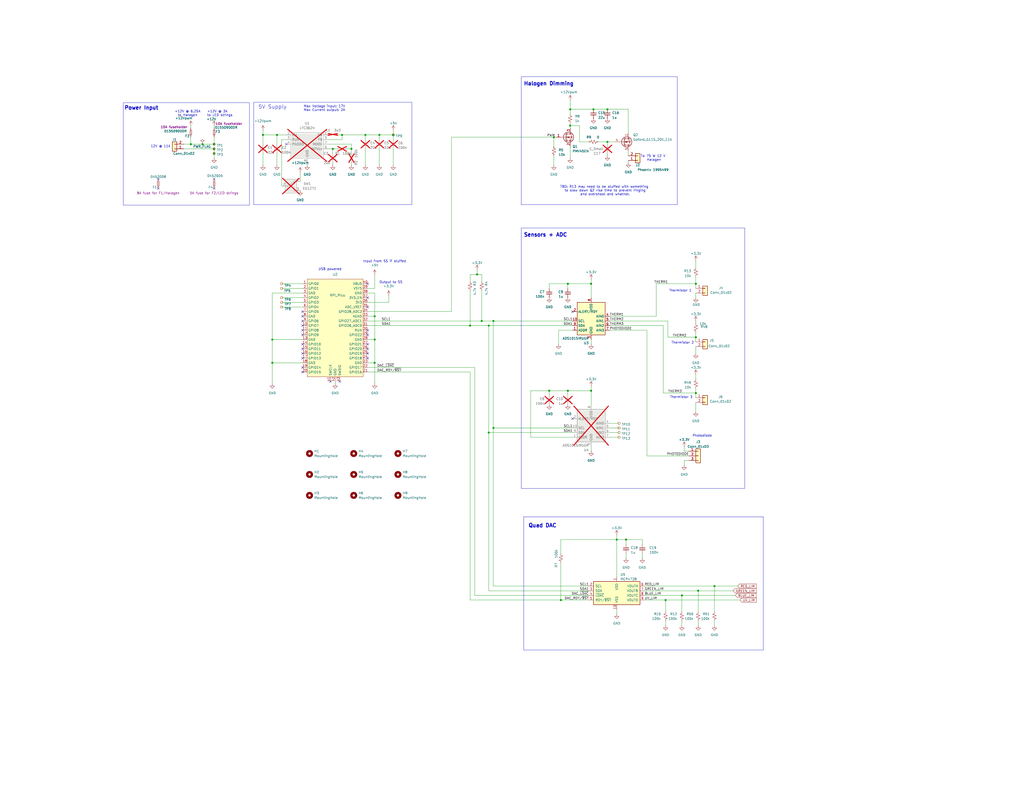
<source format=kicad_sch>
(kicad_sch (version 20231120) (generator "eeschema") (generator_version "8.0")
  (paper "C")
  (title_block (title "OreSat Solar Simulator") (date "2024-08-19") (rev "1.2"))
  (junction (at 302.26 74.93))
  (junction (at 299.72 213.36))
  (junction (at 331.47 59.69))
  (junction (at 262.89 175.26))
  (junction (at 266.7 177.8))
  (junction (at 379.73 184.15))
  (junction (at 148.59 198.12))
  (junction (at 309.88 213.36))
  (junction (at 331.47 77.47))
  (junction (at 322.58 213.36))
  (junction (at 322.58 154.94))
  (junction (at 110.49 78.74))
  (junction (at 306.07 327.66))
  (junction (at 269.24 233.68))
  (junction (at 143.51 73.66))
  (junction (at 381 322.58))
  (junction (at 379.73 154.94))
  (junction (at 191.77 81.28))
  (junction (at 311.15 59.69))
  (junction (at 372.11 325.12))
  (junction (at 256.54 177.8))
  (junction (at 104.14 78.74))
  (junction (at 363.22 327.66))
  (junction (at 148.59 185.42))
  (junction (at 311.15 68.58))
  (junction (at 323.85 59.69))
  (junction (at 204.47 172.72))
  (junction (at 389.89 320.04))
  (junction (at 116.84 83.82))
  (junction (at 379.73 214.63))
  (junction (at 266.7 236.22))
  (junction (at 260.35 149.86))
  (junction (at 199.39 73.66))
  (junction (at 116.84 81.28))
  (junction (at 151.13 73.66))
  (junction (at 214.63 73.66))
  (junction (at 269.24 175.26))
  (junction (at 204.47 185.42))
  (junction (at 336.55 294.64))
  (junction (at 204.47 198.12))
  (junction (at 309.88 154.94))
  (junction (at 207.01 73.66))
  (junction (at 181.61 81.28))
  (junction (at 186.69 73.66))
  (junction (at 116.84 78.74))
  (junction (at 341.63 294.64))
  (no_connect (at 165.1 190.5))
  (no_connect (at 165.1 193.04))
  (no_connect (at 86.36 97.79))
  (no_connect (at 156.21 78.74))
  (no_connect (at 200.66 154.94))
  (no_connect (at 312.42 170.18))
  (no_connect (at 165.1 182.88))
  (no_connect (at 165.1 180.34))
  (no_connect (at 200.66 182.88))
  (no_connect (at 165.1 195.58))
  (no_connect (at 200.66 167.64))
  (no_connect (at 200.66 162.56))
  (no_connect (at 86.36 102.87))
  (no_connect (at 165.1 172.72))
  (no_connect (at 200.66 195.58))
  (no_connect (at 200.66 193.04))
  (no_connect (at 165.1 170.18))
  (no_connect (at 165.1 200.66))
  (no_connect (at 200.66 190.5))
  (no_connect (at 200.66 180.34))
  (no_connect (at 180.34 208.28))
  (no_connect (at 165.1 187.96))
  (no_connect (at 200.66 187.96))
  (no_connect (at 185.42 208.28))
  (no_connect (at 165.1 175.26))
  (no_connect (at 312.42 228.6))
  (no_connect (at 165.1 177.8))
  (no_connect (at 116.84 97.79))
  (no_connect (at 165.1 203.2))
  (no_connect (at 116.84 102.87))
  (wire (pts (xy 116.84 78.74) (xy 116.84 74.93)))
  (wire (pts (xy 381 322.58) (xy 400.05 322.58)))
  (wire (pts (xy 104.14 74.93) (xy 104.14 78.74)))
  (wire (pts (xy 311.15 67.31) (xy 311.15 68.58)))
  (wire (pts (xy 304.8 180.34) (xy 312.42 180.34)))
  (wire (pts (xy 316.23 77.47) (xy 316.23 68.58)))
  (wire (pts (xy 379.73 184.15) (xy 364.49 184.15)))
  (wire (pts (xy 322.58 154.94) (xy 309.88 154.94)))
  (wire (pts (xy 336.55 294.64) (xy 336.55 314.96)))
  (wire (pts (xy 379.73 184.15) (xy 379.73 186.69)))
  (wire (pts (xy 337.82 233.68) (xy 332.74 233.68)))
  (wire (pts (xy 191.77 88.9) (xy 191.77 90.17)))
  (wire (pts (xy 375.92 246.38) (xy 373.38 246.38)))
  (wire (pts (xy 191.77 78.74) (xy 191.77 81.28)))
  (wire (pts (xy 200.66 185.42) (xy 204.47 185.42)))
  (wire (pts (xy 200.66 203.2) (xy 256.54 203.2)))
  (wire (pts (xy 148.59 185.42) (xy 148.59 198.12)))
  (wire (pts (xy 361.95 214.63) (xy 379.73 214.63)))
  (wire (pts (xy 381 322.58) (xy 381 334.01)))
  (wire (pts (xy 256.54 158.75) (xy 256.54 177.8)))
  (wire (pts (xy 207.01 81.28) (xy 207.01 90.17)))
  (wire (pts (xy 361.95 177.8) (xy 332.74 177.8)))
  (wire (pts (xy 373.38 251.46) (xy 375.92 251.46)))
  (wire (pts (xy 375.92 248.92) (xy 353.06 248.92)))
  (wire (pts (xy 116.84 83.82) (xy 116.84 86.36)))
  (wire (pts (xy 331.47 83.82) (xy 331.47 85.09)))
  (wire (pts (xy 363.22 341.63) (xy 363.22 339.09)))
  (wire (pts (xy 256.54 177.8) (xy 266.7 177.8)))
  (wire (pts (xy 204.47 172.72) (xy 204.47 160.02)))
  (wire (pts (xy 322.58 220.98) (xy 322.58 213.36)))
  (wire (pts (xy 182.88 208.28) (xy 182.88 209.55)))
  (wire (pts (xy 379.73 175.26) (xy 379.73 176.53)))
  (wire (pts (xy 311.15 59.69) (xy 311.15 62.23)))
  (wire (pts (xy 200.66 157.48) (xy 204.47 157.48)))
  (wire (pts (xy 309.88 154.94) (xy 299.72 154.94)))
  (wire (pts (xy 143.51 71.12) (xy 143.51 73.66)))
  (wire (pts (xy 153.67 167.64) (xy 165.1 167.64)))
  (wire (pts (xy 302.26 85.09) (xy 302.26 90.17)))
  (wire (pts (xy 322.58 210.82) (xy 322.58 213.36)))
  (wire (pts (xy 311.15 80.01) (xy 311.15 86.36)))
  (wire (pts (xy 379.73 189.23) (xy 379.73 193.04)))
  (wire (pts (xy 303.53 74.93) (xy 302.26 74.93)))
  (wire (pts (xy 186.69 73.66) (xy 199.39 73.66)))
  (wire (pts (xy 312.42 238.76) (xy 289.56 238.76)))
  (wire (pts (xy 100.33 78.74) (xy 104.14 78.74)))
  (wire (pts (xy 204.47 160.02) (xy 200.66 160.02)))
  (wire (pts (xy 246.38 74.93) (xy 302.26 74.93)))
  (wire (pts (xy 207.01 76.2) (xy 207.01 73.66)))
  (wire (pts (xy 153.67 76.2) (xy 153.67 101.6)))
  (wire (pts (xy 200.66 198.12) (xy 204.47 198.12)))
  (wire (pts (xy 302.26 74.93) (xy 302.26 80.01)))
  (wire (pts (xy 381 341.63) (xy 381 339.09)))
  (wire (pts (xy 262.89 153.67) (xy 262.89 149.86)))
  (wire (pts (xy 151.13 73.66) (xy 156.21 73.66)))
  (wire (pts (xy 148.59 198.12) (xy 148.59 209.55)))
  (wire (pts (xy 181.61 83.82) (xy 181.61 81.28)))
  (wire (pts (xy 214.63 71.12) (xy 214.63 73.66)))
  (wire (pts (xy 259.08 325.12) (xy 321.31 325.12)))
  (wire (pts (xy 214.63 76.2) (xy 214.63 73.66)))
  (wire (pts (xy 256.54 327.66) (xy 306.07 327.66)))
  (wire (pts (xy 256.54 149.86) (xy 256.54 153.67)))
  (wire (pts (xy 351.79 320.04) (xy 389.89 320.04)))
  (wire (pts (xy 214.63 73.66) (xy 207.01 73.66)))
  (wire (pts (xy 214.63 81.28) (xy 214.63 90.17)))
  (wire (pts (xy 322.58 213.36) (xy 309.88 213.36)))
  (wire (pts (xy 269.24 233.68) (xy 312.42 233.68)))
  (wire (pts (xy 351.79 327.66) (xy 363.22 327.66)))
  (wire (pts (xy 351.79 325.12) (xy 372.11 325.12)))
  (wire (pts (xy 200.66 170.18) (xy 246.38 170.18)))
  (wire (pts (xy 379.73 142.24) (xy 379.73 146.05)))
  (wire (pts (xy 304.8 180.34) (xy 304.8 187.96)))
  (wire (pts (xy 309.88 157.48) (xy 309.88 154.94)))
  (wire (pts (xy 306.07 307.34) (xy 306.07 327.66)))
  (wire (pts (xy 212.09 165.1) (xy 212.09 161.29)))
  (wire (pts (xy 372.11 325.12) (xy 401.32 325.12)))
  (wire (pts (xy 389.89 341.63) (xy 389.89 339.09)))
  (wire (pts (xy 156.21 76.2) (xy 153.67 76.2)))
  (wire (pts (xy 353.06 248.92) (xy 353.06 180.34)))
  (wire (pts (xy 337.82 236.22) (xy 332.74 236.22)))
  (wire (pts (xy 309.88 213.36) (xy 299.72 213.36)))
  (wire (pts (xy 379.73 204.47) (xy 379.73 207.01)))
  (wire (pts (xy 322.58 152.4) (xy 322.58 154.94)))
  (wire (pts (xy 358.14 172.72) (xy 332.74 172.72)))
  (wire (pts (xy 204.47 185.42) (xy 204.47 172.72)))
  (wire (pts (xy 200.66 177.8) (xy 256.54 177.8)))
  (wire (pts (xy 364.49 184.15) (xy 364.49 175.26)))
  (wire (pts (xy 200.66 172.72) (xy 204.47 172.72)))
  (wire (pts (xy 379.73 212.09) (xy 379.73 214.63)))
  (wire (pts (xy 179.07 78.74) (xy 191.77 78.74)))
  (wire (pts (xy 341.63 297.18) (xy 341.63 294.64)))
  (wire (pts (xy 316.23 77.47) (xy 321.31 77.47)))
  (wire (pts (xy 353.06 180.34) (xy 332.74 180.34)))
  (wire (pts (xy 262.89 158.75) (xy 262.89 175.26)))
  (wire (pts (xy 204.47 198.12) (xy 204.47 185.42)))
  (wire (pts (xy 336.55 294.64) (xy 341.63 294.64)))
  (wire (pts (xy 199.39 73.66) (xy 199.39 76.2)))
  (wire (pts (xy 200.66 175.26) (xy 262.89 175.26)))
  (wire (pts (xy 331.47 77.47) (xy 326.39 77.47)))
  (wire (pts (xy 372.11 325.12) (xy 372.11 334.01)))
  (wire (pts (xy 364.49 175.26) (xy 332.74 175.26)))
  (wire (pts (xy 153.67 154.94) (xy 165.1 154.94)))
  (wire (pts (xy 379.73 217.17) (xy 379.73 214.63)))
  (wire (pts (xy 389.89 320.04) (xy 402.59 320.04)))
  (wire (pts (xy 351.79 322.58) (xy 381 322.58)))
  (wire (pts (xy 269.24 233.68) (xy 269.24 320.04)))
  (wire (pts (xy 269.24 175.26) (xy 312.42 175.26)))
  (wire (pts (xy 186.69 76.2) (xy 186.69 73.66)))
  (wire (pts (xy 322.58 154.94) (xy 322.58 162.56)))
  (wire (pts (xy 311.15 59.69) (xy 323.85 59.69)))
  (wire (pts (xy 306.07 294.64) (xy 336.55 294.64)))
  (wire (pts (xy 337.82 238.76) (xy 332.74 238.76)))
  (wire (pts (xy 151.13 73.66) (xy 151.13 78.74)))
  (wire (pts (xy 373.38 254) (xy 373.38 251.46)))
  (wire (pts (xy 165.1 160.02) (xy 148.59 160.02)))
  (wire (pts (xy 153.67 157.48) (xy 165.1 157.48)))
  (wire (pts (xy 260.35 147.32) (xy 260.35 149.86)))
  (wire (pts (xy 336.55 332.74) (xy 336.55 335.28)))
  (wire (pts (xy 299.72 157.48) (xy 299.72 154.94)))
  (wire (pts (xy 361.95 177.8) (xy 361.95 214.63)))
  (wire (pts (xy 311.15 68.58) (xy 311.15 69.85)))
  (wire (pts (xy 379.73 160.02) (xy 379.73 162.56)))
  (wire (pts (xy 266.7 177.8) (xy 312.42 177.8)))
  (wire (pts (xy 116.84 81.28) (xy 116.84 83.82)))
  (wire (pts (xy 342.9 87.63) (xy 342.9 88.9)))
  (wire (pts (xy 331.47 59.69) (xy 342.9 59.69)))
  (wire (pts (xy 259.08 200.66) (xy 200.66 200.66)))
  (wire (pts (xy 331.47 77.47) (xy 331.47 78.74)))
  (wire (pts (xy 191.77 81.28) (xy 191.77 83.82)))
  (wire (pts (xy 259.08 325.12) (xy 259.08 200.66)))
  (wire (pts (xy 309.88 215.9) (xy 309.88 213.36)))
  (wire (pts (xy 104.14 68.58) (xy 104.14 69.85)))
  (wire (pts (xy 311.15 54.61) (xy 311.15 59.69)))
  (wire (pts (xy 153.67 165.1) (xy 165.1 165.1)))
  (wire (pts (xy 256.54 149.86) (xy 260.35 149.86)))
  (wire (pts (xy 148.59 185.42) (xy 165.1 185.42)))
  (wire (pts (xy 322.58 243.84) (xy 322.58 246.38)))
  (wire (pts (xy 358.14 154.94) (xy 358.14 172.72)))
  (wire (pts (xy 372.11 341.63) (xy 372.11 339.09)))
  (wire (pts (xy 100.33 81.28) (xy 116.84 81.28)))
  (wire (pts (xy 363.22 327.66) (xy 363.22 334.01)))
  (wire (pts (xy 262.89 175.26) (xy 269.24 175.26)))
  (wire (pts (xy 153.67 162.56) (xy 165.1 162.56)))
  (wire (pts (xy 179.07 76.2) (xy 186.69 76.2)))
  (wire (pts (xy 379.73 154.94) (xy 358.14 154.94)))
  (wire (pts (xy 335.28 77.47) (xy 331.47 77.47)))
  (wire (pts (xy 199.39 81.28) (xy 199.39 90.17)))
  (wire (pts (xy 266.7 322.58) (xy 321.31 322.58)))
  (wire (pts (xy 342.9 59.69) (xy 342.9 72.39)))
  (wire (pts (xy 311.15 68.58) (xy 316.23 68.58)))
  (wire (pts (xy 167.64 88.9) (xy 167.64 90.17)))
  (wire (pts (xy 269.24 175.26) (xy 269.24 233.68)))
  (wire (pts (xy 350.52 294.64) (xy 341.63 294.64)))
  (wire (pts (xy 373.38 246.38) (xy 373.38 243.84)))
  (wire (pts (xy 181.61 81.28) (xy 184.15 81.28)))
  (wire (pts (xy 200.66 165.1) (xy 212.09 165.1)))
  (wire (pts (xy 256.54 327.66) (xy 256.54 203.2)))
  (wire (pts (xy 289.56 213.36) (xy 299.72 213.36)))
  (wire (pts (xy 299.72 215.9) (xy 299.72 213.36)))
  (wire (pts (xy 110.49 78.74) (xy 116.84 78.74)))
  (wire (pts (xy 163.83 93.98) (xy 163.83 99.06)))
  (wire (pts (xy 148.59 198.12) (xy 165.1 198.12)))
  (wire (pts (xy 189.23 81.28) (xy 191.77 81.28)))
  (wire (pts (xy 104.14 78.74) (xy 110.49 78.74)))
  (wire (pts (xy 143.51 73.66) (xy 151.13 73.66)))
  (wire (pts (xy 246.38 170.18) (xy 246.38 74.93)))
  (wire (pts (xy 389.89 320.04) (xy 389.89 334.01)))
  (wire (pts (xy 337.82 231.14) (xy 332.74 231.14)))
  (wire (pts (xy 379.73 154.94) (xy 379.73 157.48)))
  (wire (pts (xy 379.73 219.71) (xy 379.73 224.79)))
  (wire (pts (xy 260.35 149.86) (xy 262.89 149.86)))
  (wire (pts (xy 148.59 160.02) (xy 148.59 185.42)))
  (wire (pts (xy 143.51 83.82) (xy 143.51 90.17)))
  (wire (pts (xy 379.73 184.15) (xy 379.73 181.61)))
  (wire (pts (xy 289.56 238.76) (xy 289.56 213.36)))
  (wire (pts (xy 181.61 81.28) (xy 179.07 81.28)))
  (wire (pts (xy 204.47 157.48) (xy 204.47 149.86)))
  (wire (pts (xy 306.07 327.66) (xy 321.31 327.66)))
  (wire (pts (xy 350.52 302.26) (xy 350.52 304.8)))
  (wire (pts (xy 266.7 177.8) (xy 266.7 236.22)))
  (wire (pts (xy 151.13 83.82) (xy 151.13 90.17)))
  (wire (pts (xy 363.22 327.66) (xy 403.86 327.66)))
  (wire (pts (xy 181.61 88.9) (xy 181.61 90.17)))
  (wire (pts (xy 379.73 151.13) (xy 379.73 154.94)))
  (wire (pts (xy 207.01 73.66) (xy 199.39 73.66)))
  (wire (pts (xy 341.63 302.26) (xy 341.63 304.8)))
  (wire (pts (xy 323.85 59.69) (xy 331.47 59.69)))
  (wire (pts (xy 184.15 73.66) (xy 186.69 73.66)))
  (wire (pts (xy 266.7 236.22) (xy 312.42 236.22)))
  (wire (pts (xy 266.7 236.22) (xy 266.7 322.58)))
  (wire (pts (xy 269.24 320.04) (xy 321.31 320.04)))
  (wire (pts (xy 336.55 292.1) (xy 336.55 294.64)))
  (wire (pts (xy 116.84 69.85) (xy 116.84 68.58)))
  (wire (pts (xy 306.07 294.64) (xy 306.07 302.26)))
  (wire (pts (xy 204.47 209.55) (xy 204.47 198.12)))
  (wire (pts (xy 143.51 73.66) (xy 143.51 78.74)))
  (wire (pts (xy 322.58 185.42) (xy 322.58 187.96)))
  (wire (pts (xy 342.9 82.55) (xy 342.9 85.09)))
  (wire (pts (xy 350.52 297.18) (xy 350.52 294.64)))
  (rectangle (start 285.75 282.194) (end 416.56 354.965))
  (rectangle (start 284.48 41.91) (end 369.57 111.76))
  (rectangle (start 138.43 55.88) (end 224.79 111.76))
  (rectangle (start 67.31 56.134) (end 136.144 112.014))
  (rectangle (start 284.48 124.46) (end 406.4 266.7))
  (text "Sensors + ADC" (at 285.75 129.54 0) (effects (font (size 2.032 2.032) (thickness 0.4064) (bold yes)) (justify left bottom)))
  (text "TBD: R13 may need to be stuffed with something \nto slow down Q2 rise time to prevent ringing\nand overshoot and whatnot." (at 330.2 104.14 0) (effects (font (size 1.27 1.27))))
  (text "Power Input" (at 67.818 60.198 0) (effects (font (size 2.032 2.032) (thickness 0.4064) (bold yes)) (justify left bottom)))
  (text "Input from SS if stuffed" (at 198.12 143.51 0) (effects (font (size 1.27 1.27)) (justify left bottom)))
  (text "Thermistor 2" (at 378.714 187.96 0) (effects (font (size 1.27 1.27)) (justify right bottom)))
  (text "+12V @ 6.25A\nto Halogen" (at 102.362 61.976 0) (effects (font (size 1.27 1.27))))
  (text "To 75 W 12 V \nHalogen" (at 356.87 86.36 0) (effects (font (size 1.27 1.27))))
  (text "USB powered" (at 180.086 147.066 0) (effects (font (size 1.27 1.27))))
  (text "Quad DAC" (at 288.29 288.29 0) (effects (font (size 2.032 2.032) (thickness 0.4064) (bold yes)) (justify left bottom)))
  (text "Halogen Dimming" (at 285.75 46.99 0) (effects (font (size 2.032 2.032) (thickness 0.4064) (bold yes)) (justify left bottom)))
  (text "+12V @ 3A\nto LED strings" (at 113.03 63.754 0) (effects (font (size 1.27 1.27)) (justify left bottom)))
  (text "Thermistor 1" (at 377.444 159.512 0) (effects (font (size 1.27 1.27)) (justify right bottom)))
  (text "12V @ 11A" (at 87.63 80.01 0) (effects (font (size 1.27 1.27))))
  (text "Max Voltage input: 17V\nMax Current output: 2A" (at 177.038 59.182 0) (effects (font (size 1.27 1.27))))
  (text "5V Supply" (at 140.97 59.69 0) (effects (font (size 2.032 2.032)) (justify left bottom)))
  (text "Thermistor 3" (at 377.952 217.678 0) (effects (font (size 1.27 1.27)) (justify right bottom)))
  (text "Photodiode" (at 388.62 238.76 0) (effects (font (size 1.27 1.27)) (justify right bottom)))
  (text "Output to SS" (at 207.01 154.94 0) (effects (font (size 1.27 1.27)) (justify left bottom)))
  (label "SCL1" (at 321.31 320.04 180))
  (label "RED_LIM" (at 351.79 320.04 0))
  (label "BLUE_LIM" (at 351.79 325.12 0))
  (label "SDA1" (at 208.28 177.8 0))
  (label "DAC_~{LDAC}" (at 205.74 200.66 0))
  (label "THERM2" (at 332.74 175.26 0))
  (label "THERM1" (at 332.74 172.72 0))
  (label "PWM" (at 298.45 74.93 0))
  (label "PHOTODIODE" (at 375.92 248.92 180))
  (label "DAC_~{LDAC}" (at 321.31 325.12 180))
  (label "THERM2" (at 374.65 184.15 180))
  (label "DAC_RDY{slash}~{BSY}" (at 321.31 327.66 180))
  (label "THERM3" (at 372.11 214.63 180))
  (label "GREEN_LIM" (at 351.79 322.58 0))
  (label "SCL1" (at 208.28 175.26 0))
  (label "SDA1" (at 312.42 177.8 180))
  (label "THERM1" (at 364.49 154.94 180))
  (label "SCL1" (at 312.42 233.68 180))
  (label "SDA1" (at 321.31 322.58 180))
  (label "THERM3" (at 332.74 177.8 0))
  (label "DAC_RDY{slash}~{BSY}" (at 205.74 203.2 0))
  (label "SCL1" (at 312.42 175.26 180))
  (label "SDA1" (at 312.42 236.22 180))
  (label "UV_LIM" (at 351.79 327.66 0))
  (label "PHOTODIODE" (at 332.74 180.34 0))
  (global_label "BLUE_LIM" (shape input) (at 401.32 325.12 0) (property "Intersheetrefs" "${INTERSHEET_REFS}" (effects (hide yes))))
  (global_label "UV_LIM" (shape input) (at 403.86 327.66 0) (property "Intersheetrefs" "${INTERSHEET_REFS}" (effects (hide yes))))
  (global_label "RED_LIM" (shape input) (at 402.59 320.04 0) (property "Intersheetrefs" "${INTERSHEET_REFS}" (effects (hide yes))))
  (global_label "GREEN_LIM" (shape input) (at 400.05 322.58 0) (property "Intersheetrefs" "${INTERSHEET_REFS}" (effects (hide yes))))
  (symbol (lib_id "Connector_Generic:Conn_01x02") (at 384.81 217.17 0) (unit 1)
    (property "Reference" "J6" (at 393.192 216.662 0))
    (property "Value" "Conn_01x02" (at 393.192 219.202 0))
    (property "Footprint" "Connector_PinHeader_2.54mm:PinHeader_1x02_P2.54mm_Vertical" (effects (hide yes)))
    (property "Distributor" "DigiKey" (effects (hide yes)))
  )
  (symbol (lib_id "power:+12V") (at 163.83 93.98 0) (unit 1)
    (property "Reference" "#PWR08" (effects (hide yes)))
    (property "Value" "+12Vpwm" (at 163.83 88.9 0))
    (property "Description" "Power symbol creates a global label with name \"+12V\"" (effects (hide yes)))
  )
  (symbol (lib_id "Mechanical:MountingHole") (at 193.04 259.08 0) (unit 1) (exclude_from_sim yes) (in_bom no)
    (property "Reference" "H5" (at 195.58 257.8099 0) (effects (justify left)))
    (property "Value" "MountingHole" (at 195.58 260.3499 0) (effects (justify left)))
    (property "Footprint" "oresat-misc:MountingHole_3.2mm_M3" (effects (hide yes)))
    (property "Description" "Mounting Hole without connection" (effects (hide yes)))
    (property "Distributor" "DigiKey" (effects (hide yes)))
  )
  (symbol (lib_id "Device:R_Small_US") (at 311.15 64.77 0) (unit 1)
    (property "Reference" "R8" (at 313.69 63.4999 0) (effects (justify left)))
    (property "Value" "1k" (at 313.69 66.0399 0) (effects (justify left)))
    (property "Footprint" "Resistor_SMD:R_0603_1608Metric" (effects (hide yes)))
    (property "Description" "Resistor, small US symbol" (effects (hide yes)))
    (property "DPN" "311-1.00KHRCT-ND" (effects (hide yes)))
    (property "Distributor" "DigiKey" (effects (hide yes)))
    (property "MFR" "Yageo" (effects (hide yes)))
    (property "MPN" "RC0603FR-071KL" (effects (hide yes)))
  )
  (symbol (lib_id "power:+3.3V") (at 322.58 152.4 0) (mirror y) (unit 1)
    (property "Reference" "#PWR030" (effects (hide yes)))
    (property "Value" "+3.3V" (at 322.58 148.59 0))
    (property "Description" "Power symbol creates a global label with name \"+3.3V\"" (effects (hide yes)))
  )
  (symbol (lib_id "power:+3.3V") (at 373.38 243.84 0) (mirror y) (unit 1)
    (property "Reference" "#PWR054" (effects (hide yes)))
    (property "Value" "+3.3V" (at 373.38 240.03 0))
    (property "Description" "Power symbol creates a global label with name \"+3.3V\"" (effects (hide yes)))
  )
  (symbol (lib_id "Device:R_Small_US") (at 379.73 179.07 0) (unit 1)
    (property "Reference" "R48" (at 382.27 178.435 0) (effects (justify left)))
    (property "Value" "10k" (at 381.762 176.784 0) (effects (justify left)))
    (property "Footprint" "Resistor_SMD:R_0603_1608Metric" (effects (hide yes)))
    (property "DPN" "311-10.0KHRCT-ND" (effects (hide yes)))
    (property "Distributor" "DigiKey" (effects (hide yes)))
    (property "MFR" "Yageo" (effects (hide yes)))
    (property "MPN" "RC0603FR-0710KL" (effects (hide yes)))
  )
  (symbol (lib_id "power:GND") (at 299.72 220.98 0) (mirror y) (unit 1)
    (property "Reference" "#PWR023" (effects (hide yes)))
    (property "Value" "GND" (at 299.72 226.06 0))
    (property "Description" "Power symbol creates a global label with name \"GND\" , ground" (effects (hide yes)))
  )
  (symbol (lib_id "Device:C_Small") (at 309.88 160.02 0) (mirror y) (unit 1)
    (property "Reference" "C9" (at 307.34 159.3913 0) (effects (justify left)))
    (property "Value" "1u" (at 307.34 161.9313 0) (effects (justify left)))
    (property "Footprint" "Capacitor_SMD:C_0603_1608Metric" (effects (hide yes)))
    (property "DPN" "311-1446-1-ND" (effects (hide yes)))
    (property "Distributor" "DigiKey" (effects (hide yes)))
    (property "MFR" "Yageo" (effects (hide yes)))
    (property "MPN" "CC0603KRX7R7BB105 " (effects (hide yes)))
  )
  (symbol (lib_id "Device:C_Small") (at 341.63 299.72 0) (unit 1)
    (property "Reference" "C18" (at 344.17 299.0913 0) (effects (justify left)))
    (property "Value" "1u" (at 344.17 301.6313 0) (effects (justify left)))
    (property "Footprint" "Capacitor_SMD:C_0603_1608Metric" (effects (hide yes)))
    (property "DPN" "311-1446-1-ND" (effects (hide yes)))
    (property "Distributor" "DigiKey" (effects (hide yes)))
    (property "MFR" "Yageo" (effects (hide yes)))
    (property "MPN" "CC0603KRX7R7BB105 " (effects (hide yes)))
  )
  (symbol (lib_id "Device:C_Small") (at 323.85 62.23 0) (unit 1)
    (property "Reference" "C15" (at 326.39 61.6013 0) (effects (justify left)))
    (property "Value" "22u" (at 326.39 64.1413 0) (effects (justify left)))
    (property "Footprint" "Capacitor_SMD:C_1210_3225Metric" (effects (hide yes)))
    (property "DPN" "1276-3392-1-ND" (effects (hide yes)))
    (property "Distributor" "DigiKey" (effects (hide yes)))
    (property "MFR" "Samsung Electro-Mechanics" (effects (hide yes)))
    (property "MPN" "CL32B226KAJNNNE" (effects (hide yes)))
  )
  (symbol (lib_id "power:GND") (at 299.72 162.56 0) (mirror y) (unit 1)
    (property "Reference" "#PWR022" (effects (hide yes)))
    (property "Value" "GND" (at 299.72 167.64 0))
    (property "Description" "Power symbol creates a global label with name \"GND\" , ground" (effects (hide yes)))
  )
  (symbol (lib_id "Device:R_Small_US") (at 363.22 336.55 0) (mirror y) (unit 1)
    (property "Reference" "R10" (at 360.68 335.2799 0) (effects (justify left)))
    (property "Value" "100k" (at 360.68 337.8199 0) (effects (justify left)))
    (property "Footprint" "oresat-passives:0603-C" (effects (hide yes)))
    (property "Description" "Resistor, small US symbol" (effects (hide yes)))
    (property "DPN" "311-100KHRCT-ND" (effects (hide yes)))
    (property "Distributor" "DigiKey" (effects (hide yes)))
    (property "MFR" "Yageo" (effects (hide yes)))
    (property "MPN" "RC0603FR-07100KL" (effects (hide yes)))
  )
  (symbol (lib_id "power:GND") (at 302.26 90.17 0) (unit 1)
    (property "Reference" "#PWR024" (effects (hide yes)))
    (property "Value" "GND" (at 302.26 95.25 0))
    (property "Description" "Power symbol creates a global label with name \"GND\" , ground" (effects (hide yes)))
  )
  (symbol (lib_id "Device:C_Small") (at 181.61 86.36 0) (unit 1) (in_bom no) (dnp yes)
    (property "Reference" "C3" (at 176.53 83.82 0) (effects (justify left)))
    (property "Value" "2u2" (at 176.53 88.9 0) (effects (justify left)))
    (property "Footprint" "Capacitor_SMD:C_0603_1608Metric" (effects (hide yes)))
    (property "DPN" "445-6932-1-ND" (effects (hide yes)))
    (property "Distributor" "DigiKey" (effects (hide yes)))
    (property "MFR" "TDK Corporation" (effects (hide yes)))
    (property "MPN" "CGA3E1X5R1C225K080AC" (effects (hide yes)))
  )
  (symbol (lib_id "Mechanical:MountingHole") (at 168.91 270.51 0) (unit 1) (exclude_from_sim yes) (in_bom no)
    (property "Reference" "H3" (at 171.45 269.2399 0) (effects (justify left)))
    (property "Value" "MountingHole" (at 171.45 271.7799 0) (effects (justify left)))
    (property "Footprint" "oresat-misc:MountingHole_3.2mm_M3" (effects (hide yes)))
    (property "Description" "Mounting Hole without connection" (effects (hide yes)))
    (property "Distributor" "DigiKey" (effects (hide yes)))
  )
  (symbol (lib_id "Connector_Generic:Conn_01x02") (at 384.81 186.69 0) (unit 1)
    (property "Reference" "J5" (at 388.366 185.928 0))
    (property "Value" "Conn_01x02" (at 392.43 188.976 0))
    (property "Footprint" "Connector_PinHeader_2.54mm:PinHeader_1x02_P2.54mm_Vertical" (effects (hide yes)))
    (property "Distributor" "DigiKey" (effects (hide yes)))
  )
  (symbol (lib_id "power:GND") (at 336.55 335.28 0) (unit 1)
    (property "Reference" "#PWR044" (effects (hide yes)))
    (property "Value" "GND" (at 336.55 340.36 0))
    (property "Description" "Power symbol creates a global label with name \"GND\" , ground" (effects (hide yes)))
  )
  (symbol (lib_id "power:+5V") (at 214.63 71.12 0) (unit 1)
    (property "Reference" "#PWR019" (effects (hide yes)))
    (property "Value" "+5V" (at 214.63 67.31 0))
    (property "Description" "Power symbol creates a global label with name \"+5V\"" (effects (hide yes)))
  )
  (symbol (lib_id "power:+3.3V") (at 336.55 292.1 0) (unit 1)
    (property "Reference" "#PWR040" (effects (hide yes)))
    (property "Value" "+3.3V" (at 336.55 288.29 0))
    (property "Description" "Power symbol creates a global label with name \"+3.3V\"" (effects (hide yes)))
  )
  (symbol (lib_id "power:GND") (at 381 341.63 0) (mirror y) (unit 1)
    (property "Reference" "#PWR066" (effects (hide yes)))
    (property "Value" "GND" (at 381 346.71 0))
    (property "Description" "Power symbol creates a global label with name \"GND\" , ground" (effects (hide yes)))
  )
  (symbol (lib_id "power:GND") (at 389.89 341.63 0) (mirror y) (unit 1)
    (property "Reference" "#PWR067" (effects (hide yes)))
    (property "Value" "GND" (at 389.89 346.71 0))
    (property "Description" "Power symbol creates a global label with name \"GND\" , ground" (effects (hide yes)))
  )
  (symbol (lib_id "Mechanical:MountingHole") (at 217.17 259.08 0) (unit 1) (exclude_from_sim yes) (in_bom no)
    (property "Reference" "H8" (at 219.71 257.8099 0) (effects (justify left)))
    (property "Value" "MountingHole" (at 219.71 260.3499 0) (effects (justify left)))
    (property "Footprint" "oresat-misc:MountingHole_3.2mm_M3" (effects (hide yes)))
    (property "Description" "Mounting Hole without connection" (effects (hide yes)))
    (property "Distributor" "DigiKey" (effects (hide yes)))
  )
  (symbol (lib_id "oresat-misc:TestPoint-MinTH") (at 116.84 78.74 0) (unit 1)
    (property "Reference" "TP1" (at 118.11 79.375 0) (effects (justify left)))
    (property "Value" "TestPoint-MinTH" (effects (hide yes)))
    (property "Footprint" "oresat-misc:TestPoint-MinTH" (effects (hide yes)))
    (property "Distributor" "DigiKey " (effects (hide yes)))
  )
  (symbol (lib_id "power:GND") (at 204.47 209.55 0) (unit 1)
    (property "Reference" "#PWR016" (effects (hide yes)))
    (property "Value" "GND" (at 204.47 214.63 0))
    (property "Description" "Power symbol creates a global label with name \"GND\" , ground" (effects (hide yes)))
  )
  (symbol (lib_id "oresat-misc:TestPoint-MinTH") (at 116.84 81.28 0) (unit 1)
    (property "Reference" "TP2" (at 118.11 81.915 0) (effects (justify left)))
    (property "Value" "TestPoint-MinTH" (effects (hide yes)))
    (property "Footprint" "oresat-misc:TestPoint-MinTH" (effects (hide yes)))
    (property "Distributor" "DigiKey " (effects (hide yes)))
  )
  (symbol (lib_id "Mechanical:MountingHole") (at 193.04 270.51 0) (unit 1) (exclude_from_sim yes) (in_bom no)
    (property "Reference" "H6" (at 195.58 269.2399 0) (effects (justify left)))
    (property "Value" "MountingHole" (at 195.58 271.7799 0) (effects (justify left)))
    (property "Footprint" "oresat-misc:MountingHole_3.2mm_M3" (effects (hide yes)))
    (property "Description" "Mounting Hole without connection" (effects (hide yes)))
    (property "Distributor" "DigiKey" (effects (hide yes)))
  )
  (symbol (lib_id "Switch:SW_SPDT") (at 158.75 101.6 0) (unit 1) (in_bom no) (dnp yes)
    (property "Reference" "SW1" (at 167.64 100.33 0))
    (property "Value" "EG1271" (at 168.91 102.87 0))
    (property "Footprint" "Button_Switch_THT:SW_E-Switch_EG1271_SPDT" (effects (hide yes)))
    (property "Description" "Switch, single pole double throw" (effects (hide yes)))
    (property "DPN" "EG1918-ND" (effects (hide yes)))
    (property "Distributor" "DigiKey" (effects (hide yes)))
    (property "MFR" "E-Switch" (effects (hide yes)))
    (property "MPN" "EG1271" (effects (hide yes)))
  )
  (symbol (lib_id "power:GND") (at 214.63 90.17 0) (unit 1)
    (property "Reference" "#PWR020" (effects (hide yes)))
    (property "Value" "GND" (at 214.63 95.25 0))
    (property "Description" "Power symbol creates a global label with name \"GND\" , ground" (effects (hide yes)))
  )
  (symbol (lib_id "power:GND") (at 143.51 90.17 0) (unit 1)
    (property "Reference" "#PWR05" (effects (hide yes)))
    (property "Value" "GND" (at 143.51 95.25 0))
    (property "Description" "Power symbol creates a global label with name \"GND\" , ground" (effects (hide yes)))
  )
  (symbol (lib_id "Mechanical:MountingHole") (at 168.91 259.08 0) (unit 1) (exclude_from_sim yes) (in_bom no)
    (property "Reference" "H2" (at 171.45 257.8099 0) (effects (justify left)))
    (property "Value" "MountingHole" (at 171.45 260.3499 0) (effects (justify left)))
    (property "Footprint" "oresat-misc:MountingHole_3.2mm_M3" (effects (hide yes)))
    (property "Description" "Mounting Hole without connection" (effects (hide yes)))
    (property "Distributor" "DigiKey" (effects (hide yes)))
  )
  (symbol (lib_id "power:GND") (at 331.47 64.77 0) (unit 1)
    (property "Reference" "#PWR038" (effects (hide yes)))
    (property "Value" "GND" (at 331.47 69.85 0))
    (property "Description" "Power symbol creates a global label with name \"GND\" , ground" (effects (hide yes)))
  )
  (symbol (lib_id "oresat-misc:TestPoint-MinTH") (at 153.67 154.94 0) (unit 1)
    (property "Reference" "TP4" (at 155.194 155.956 0) (effects (justify left)))
    (property "Value" "TestPoint-MinTH" (effects (hide yes)))
    (property "Footprint" "oresat-misc:TestPoint-MinTH" (effects (hide yes)))
    (property "Distributor" "DigiKey " (effects (hide yes)))
  )
  (symbol (lib_id "power:GND") (at 373.38 254 0) (mirror y) (unit 1)
    (property "Reference" "#PWR055" (effects (hide yes)))
    (property "Value" "GND" (at 373.38 259.08 0))
    (property "Description" "Power symbol creates a global label with name \"GND\" , ground" (effects (hide yes)))
  )
  (symbol (lib_id "oresat-ics:LTC3624") (at 167.64 78.74 0) (unit 1) (in_bom no) (dnp yes)
    (property "Reference" "U1" (at 167.64 67.31 0))
    (property "Value" "LTC3624" (at 167.64 69.85 0))
    (property "Footprint" "oresat-ics:DFN-8-1EP_3x3mm_P0.5mm_EP1.65x2.38mm_ThermalVias0.3mm" (effects (hide yes)))
    (property "Datasheet" "https://www.analog.com/media/en/technical-documentation/data-sheets/36242fd.pdf" (effects (hide yes)))
    (property "DPN" "LTC3624IDD-5#PBF-ND" (effects (hide yes)))
    (property "Distributor" "DigiKey" (effects (hide yes)))
    (property "MFR" "Analog Devices" (effects (hide yes)))
    (property "MPN" "LTC3624IDD-5#PBF " (effects (hide yes)))
  )
  (symbol (lib_id "Device:Fuse_Small") (at 86.36 100.33 90) (unit 1) (on_board no)
    (property "Reference" "F1" (at 84.455 102.235 90))
    (property "Value" "0452008" (at 86.36 96.52 90))
    (property "Datasheet" "https://www.littelfuse.com/media?resourcetype=datasheets&itemid=8c87aa93-80a7-4ea8-8749-a19ba03901c2&filename=littelfuse-fuse-452-454-datasheet" (effects (hide yes)))
    (property "Description" "8A fuse for F1/Halogen" (at 86.36 105.41 90))
    (property "DPN" "F4172CT-ND" (effects (hide yes)))
    (property "Distributor" "DigiKey" (effects (hide yes)))
    (property "MFR" "Littelfuse Inc." (effects (hide yes)))
    (property "MPN" "0452008.MRL" (effects (hide yes)))
  )
  (symbol (lib_id "power:+3.3V") (at 379.73 175.26 0) (mirror y) (unit 1)
    (property "Reference" "#PWR059" (effects (hide yes)))
    (property "Value" "+3.3V" (at 379.73 171.45 0))
    (property "Description" "Power symbol creates a global label with name \"+3.3V\"" (effects (hide yes)))
  )
  (symbol (lib_id "power:GND") (at 323.85 64.77 0) (unit 1)
    (property "Reference" "#PWR034" (effects (hide yes)))
    (property "Value" "GND" (at 323.85 69.85 0))
    (property "Description" "Power symbol creates a global label with name \"GND\" , ground" (effects (hide yes)))
  )
  (symbol (lib_id "power:GND") (at 182.88 209.55 0) (unit 1)
    (property "Reference" "#PWR012" (effects (hide yes)))
    (property "Value" "GND" (at 182.88 214.63 0))
    (property "Description" "Power symbol creates a global label with name \"GND\" , ground" (effects (hide yes)))
  )
  (symbol (lib_id "Device:R_Small_US") (at 306.07 304.8 0) (unit 1)
    (property "Reference" "R7" (at 303.53 309.88 90) (effects (justify left)))
    (property "Value" "100k" (at 303.53 304.8 90) (effects (justify left)))
    (property "Footprint" "Resistor_SMD:R_0603_1608Metric" (effects (hide yes)))
    (property "DPN" "311-100KHRCT-ND" (effects (hide yes)))
    (property "Distributor" "DigiKey" (effects (hide yes)))
    (property "MFR" "Yageo" (effects (hide yes)))
    (property "MPN" "RC0603FR-07100KL" (effects (hide yes)))
  )
  (symbol (lib_id "oresat-transistors:Goford_G11S_20V_11A") (at 340.36 77.47 0) (mirror x) (unit 1)
    (property "Reference" "Q2" (at 345.44 73.66 0) (effects (justify left)))
    (property "Value" "Goford_G11S_20V_11A" (at 345.44 76.2 0) (effects (justify left)))
    (property "Footprint" "Package_SO:SOP-8_3.9x4.9mm_P1.27mm" (effects (hide yes)))
    (property "Datasheet" "https://www.gofordsemi.com/u_file/product/497/GOFORD-G11S.pdf" (effects (hide yes)))
    (property "Description" "P-MOSFET transistor, source/gate/drain" (effects (hide yes)))
    (property "DPN" "3141-G11SCT-ND" (effects (hide yes)))
    (property "Distributor" "DigiKey" (effects (hide yes)))
    (property "MFR" "Goford Semiconductor" (effects (hide yes)))
    (property "MPN" "G11S" (effects (hide yes)))
  )
  (symbol (lib_id "power:GND") (at 304.8 187.96 0) (mirror y) (unit 1)
    (property "Reference" "#PWR025" (effects (hide yes)))
    (property "Value" "GND" (at 304.8 193.04 0))
    (property "Description" "Power symbol creates a global label with name \"GND\" , ground" (effects (hide yes)))
  )
  (symbol (lib_id "power:GND") (at 309.88 162.56 0) (mirror y) (unit 1)
    (property "Reference" "#PWR026" (effects (hide yes)))
    (property "Value" "GND" (at 309.88 167.64 0))
    (property "Description" "Power symbol creates a global label with name \"GND\" , ground" (effects (hide yes)))
  )
  (symbol (lib_id "Device:R_Small_US") (at 186.69 81.28 270) (unit 1) (in_bom no) (dnp yes)
    (property "Reference" "R1" (at 184.15 83.82 90))
    (property "Value" "100k" (at 189.23 83.82 90))
    (property "Footprint" "Resistor_SMD:R_0603_1608Metric" (effects (hide yes)))
    (property "DPN" "311-100KHRCT-ND" (effects (hide yes)))
    (property "Distributor" "DigiKey" (effects (hide yes)))
    (property "MFR" "Yageo" (effects (hide yes)))
    (property "MPN" "RC0603FR-07100KL" (effects (hide yes)))
  )
  (symbol (lib_id "Device:Fuse_Small") (at 104.14 72.39 90) (unit 1)
    (property "Reference" "F2" (at 102.235 74.295 90))
    (property "Value" "01550900DR" (at 95.758 71.628 90))
    (property "Footprint" "Fuse:Fuseholder_Littelfuse_Nano2_154x" (effects (hide yes)))
    (property "Datasheet" "https://www.littelfuse.com/media?resourcetype=datasheets&itemid=5ec5d985-39ad-44b5-9bdb-f49bf381a070&filename=littelfuse-fuse-block-1550900-datasheet" (effects (hide yes)))
    (property "Description" "10A fuseholder" (at 94.996 69.342 90))
    (property "DPN" "18-01550900DRCT-ND" (effects (hide yes)))
    (property "Distributor" "DigiKey" (effects (hide yes)))
    (property "MFR" "Littelfuse Inc." (effects (hide yes)))
    (property "MPN" "01550900DR" (effects (hide yes)))
  )
  (symbol (lib_id "Device:C_Small") (at 350.52 299.72 0) (unit 1)
    (property "Reference" "C19" (at 354.33 299.0913 0) (effects (justify left)))
    (property "Value" "100n" (at 354.33 301.6313 0) (effects (justify left)))
    (property "Footprint" "Capacitor_SMD:C_0603_1608Metric" (effects (hide yes)))
    (property "DPN" "490-6328-1-ND" (effects (hide yes)))
    (property "Distributor" "DigiKey" (effects (hide yes)))
    (property "MFR" "Murata Electronics" (effects (hide yes)))
    (property "MPN" "GRM155R71C104KA88J" (effects (hide yes)))
  )
  (symbol (lib_id "power:GND") (at 350.52 304.8 0) (unit 1)
    (property "Reference" "#PWR050" (effects (hide yes)))
    (property "Value" "GND" (at 350.52 309.88 0))
    (property "Description" "Power symbol creates a global label with name \"GND\" , ground" (effects (hide yes)))
  )
  (symbol (lib_id "Mechanical:MountingHole") (at 168.91 247.65 0) (unit 1) (exclude_from_sim yes) (in_bom no)
    (property "Reference" "H1" (at 171.45 246.3799 0) (effects (justify left)))
    (property "Value" "MountingHole" (at 171.45 248.9199 0) (effects (justify left)))
    (property "Footprint" "oresat-misc:MountingHole_3.2mm_M3" (effects (hide yes)))
    (property "Description" "Mounting Hole without connection" (effects (hide yes)))
    (property "Distributor" "DigiKey" (effects (hide yes)))
  )
  (symbol (lib_id "oresat-misc:RPi_Pico") (at 181.61 179.07 0) (unit 1)
    (property "Reference" "U2" (at 182.88 149.86 0))
    (property "Value" "RPi_Pico" (at 184.15 161.29 0))
    (property "Footprint" "oresat-misc:RPi_Pico_TH" (effects (hide yes)))
    (property "Datasheet" "https://datasheets.raspberrypi.com/pico/pico-datasheet.pdf?_gl=1*xp7iih*_ga*MTgxOTgwNDgwMi4xNzA2MDU0MzY3*_ga_22FD70LWDS*MTcwNjA1NDM2Ny4xLjEuMTcwNjA1NDYyOC4wLjAuMA.." (effects (hide yes)))
    (property "DPN" "2648-SC0917-ND" (effects (hide yes)))
    (property "Distributor" "DigiKey" (effects (hide yes)))
    (property "MFR" "Raspberry Pi" (effects (hide yes)))
    (property "MPN" "SC0917" (effects (hide yes)))
  )
  (symbol (lib_id "Device:C_Small") (at 199.39 78.74 0) (unit 1) (in_bom no) (dnp yes)
    (property "Reference" "C4" (at 201.93 78.1113 0) (effects (justify left)))
    (property "Value" "22u" (at 201.93 80.6513 0) (effects (justify left)))
    (property "Footprint" "Capacitor_SMD:C_1210_3225Metric" (effects (hide yes)))
    (property "DPN" "1276-CL32B226MOJVPNECT-ND" (effects (hide yes)))
    (property "Distributor" "DigiKey " (effects (hide yes)))
    (property "MFR" "Samsung Electro-Mechanics" (effects (hide yes)))
    (property "MPN" "CL32B226MOJVPNE" (effects (hide yes)))
  )
  (symbol (lib_id "Device:R_Small_US") (at 302.26 82.55 0) (unit 1)
    (property "Reference" "R5" (at 304.8 81.915 0) (effects (justify left)))
    (property "Value" "10k" (at 304.8 84.455 0) (effects (justify left)))
    (property "Footprint" "Resistor_SMD:R_0603_1608Metric" (effects (hide yes)))
    (property "DPN" "311-10.0KHRCT-ND" (effects (hide yes)))
    (property "Distributor" "DigiKey" (effects (hide yes)))
    (property "MFR" "Yageo" (effects (hide yes)))
    (property "MPN" "RC0603FR-0710KL" (effects (hide yes)))
  )
  (symbol (lib_id "power:GND") (at 322.58 246.38 0) (mirror y) (unit 1)
    (property "Reference" "#PWR033" (effects (hide yes)))
    (property "Value" "GND" (at 322.58 251.46 0))
    (property "Description" "Power symbol creates a global label with name \"GND\" , ground" (effects (hide yes)))
  )
  (symbol (lib_id "power:GND") (at 116.84 86.36 0) (unit 1)
    (property "Reference" "#PWR03" (effects (hide yes)))
    (property "Value" "GND" (at 116.84 91.44 0))
    (property "Description" "Power symbol creates a global label with name \"GND\" , ground" (effects (hide yes)))
  )
  (symbol (lib_id "power:+12V") (at 143.51 71.12 0) (unit 1)
    (property "Reference" "#PWR04" (effects (hide yes)))
    (property "Value" "+12Vpwm" (at 143.51 66.04 0))
    (property "Description" "Power symbol creates a global label with name \"+12V\"" (effects (hide yes)))
  )
  (symbol (lib_id "power:GND") (at 379.73 224.79 0) (mirror y) (unit 1)
    (property "Reference" "#PWR065" (effects (hide yes)))
    (property "Value" "GND" (at 379.73 229.87 0))
    (property "Description" "Power symbol creates a global label with name \"GND\" , ground" (effects (hide yes)))
  )
  (symbol (lib_id "power:GND") (at 151.13 90.17 0) (unit 1)
    (property "Reference" "#PWR07" (effects (hide yes)))
    (property "Value" "GND" (at 151.13 95.25 0))
    (property "Description" "Power symbol creates a global label with name \"GND\" , ground" (effects (hide yes)))
  )
  (symbol (lib_id "Analog_DAC:MCP4728") (at 336.55 322.58 0) (unit 1)
    (property "Reference" "U5" (at 338.5059 313.69 0) (effects (justify left)))
    (property "Value" "MCP4728" (at 338.5059 316.23 0) (effects (justify left)))
    (property "Footprint" "Package_SO:MSOP-10_3x3mm_P0.5mm" (effects (hide yes)))
    (property "Datasheet" "http://ww1.microchip.com/downloads/en/DeviceDoc/22187E.pdf" (effects (hide yes)))
    (property "DPN" "MCP4728-E/UN-ND" (effects (hide yes)))
    (property "MFR" "Microchip Technology" (effects (hide yes)))
    (property "MPN" "MCP4728-E/UN" (effects (hide yes)))
  )
  (symbol (lib_id "Mechanical:MountingHole") (at 217.17 270.51 0) (unit 1) (exclude_from_sim yes) (in_bom no)
    (property "Reference" "H9" (at 219.71 269.2399 0) (effects (justify left)))
    (property "Value" "MountingHole" (at 219.71 271.7799 0) (effects (justify left)))
    (property "Footprint" "oresat-misc:MountingHole_3.2mm_M3" (effects (hide yes)))
    (property "Description" "Mounting Hole without connection" (effects (hide yes)))
    (property "Distributor" "DigiKey" (effects (hide yes)))
  )
  (symbol (lib_id "Device:R_Small_US") (at 379.73 148.59 0) (mirror y) (unit 1)
    (property "Reference" "R13" (at 377.19 147.955 0) (effects (justify left)))
    (property "Value" "10k" (at 377.19 150.622 0) (effects (justify left)))
    (property "Footprint" "Resistor_SMD:R_0603_1608Metric" (effects (hide yes)))
    (property "DPN" "311-10.0KHRCT-ND" (effects (hide yes)))
    (property "Distributor" "DigiKey" (effects (hide yes)))
    (property "MFR" "Yageo" (effects (hide yes)))
    (property "MPN" "RC0603FR-0710KL" (effects (hide yes)))
  )
  (symbol (lib_id "power:PWR_FLAG") (at 110.49 78.74 0) (unit 1)
    (property "Reference" "#FLG01" (effects (hide yes)))
    (property "Value" "PWR_FLAG" (at 110.236 80.01 0))
    (property "Description" "Special symbol for telling ERC where power comes from" (effects (hide yes)))
  )
  (symbol (lib_id "Device:Q_NMOS_GSD") (at 308.61 74.93 0) (unit 1)
    (property "Reference" "Q1" (at 312.42 80.01 0) (effects (justify left)))
    (property "Value" "PMV45EN" (at 312.42 82.55 0) (effects (justify left)))
    (property "Footprint" "Package_TO_SOT_SMD:SOT-23-3" (effects (hide yes)))
    (property "Datasheet" "https://assets.nexperia.com/documents/data-sheet/PMV45EN2.pdf" (effects (hide yes)))
    (property "Description" "N-MOSFET transistor, gate/source/drain" (effects (hide yes)))
    (property "DPN" "1727-2307-1-ND" (effects (hide yes)))
    (property "Distributor" "DigiKey" (effects (hide yes)))
    (property "MFR" "Nexperia USA Inc." (effects (hide yes)))
    (property "MPN" "PMV45EN2R" (effects (hide yes)))
  )
  (symbol (lib_id "Device:R_Small_US") (at 379.73 209.55 0) (mirror y) (unit 1)
    (property "Reference" "R49" (at 377.19 208.915 0) (effects (justify left)))
    (property "Value" "10k" (at 377.19 211.455 0) (effects (justify left)))
    (property "Footprint" "Resistor_SMD:R_0603_1608Metric" (effects (hide yes)))
    (property "DPN" "311-10.0KHRCT-ND" (effects (hide yes)))
    (property "Distributor" "DigiKey" (effects (hide yes)))
    (property "MFR" "Yageo" (effects (hide yes)))
    (property "MPN" "RC0603FR-0710KL" (effects (hide yes)))
  )
  (symbol (lib_id "Analog_ADC:ADS1015IDGS") (at 322.58 233.68 0) (mirror y) (unit 1) (in_bom no) (dnp yes)
    (property "Reference" "U4" (at 321.31 245.745 0) (effects (justify left)))
    (property "Value" "ADS1015IRUGR" (at 321.31 243.205 0) (effects (justify left)))
    (property "Footprint" "Package_DFN_QFN:Texas_R-PUQFN-N10" (effects (hide yes)))
    (property "Datasheet" "http://www.ti.com/lit/ds/symlink/ads1015.pdf" (effects (hide yes)))
    (property "DPN" "296-43557-1-ND" (effects (hide yes)))
    (property "Distributor" "DigiKey" (effects (hide yes)))
    (property "MFR" "Texas Instruments" (effects (hide yes)))
    (property "MPN" "ADS1015IRUGR" (effects (hide yes)))
  )
  (symbol (lib_id "power:GND") (at 309.88 220.98 0) (mirror y) (unit 1)
    (property "Reference" "#PWR027" (effects (hide yes)))
    (property "Value" "GND" (at 309.88 226.06 0))
    (property "Description" "Power symbol creates a global label with name \"GND\" , ground" (effects (hide yes)))
  )
  (symbol (lib_id "power:GND") (at 379.73 162.56 0) (mirror y) (unit 1)
    (property "Reference" "#PWR058" (effects (hide yes)))
    (property "Value" "GND" (at 379.984 166.37 0))
    (property "Description" "Power symbol creates a global label with name \"GND\" , ground" (effects (hide yes)))
  )
  (symbol (lib_id "power:GND") (at 372.11 341.63 0) (mirror y) (unit 1)
    (property "Reference" "#PWR052" (effects (hide yes)))
    (property "Value" "GND" (at 372.11 346.71 0))
    (property "Description" "Power symbol creates a global label with name \"GND\" , ground" (effects (hide yes)))
  )
  (symbol (lib_id "Mechanical:MountingHole") (at 193.04 247.65 0) (unit 1) (exclude_from_sim yes) (in_bom no)
    (property "Reference" "H4" (at 195.58 246.3799 0) (effects (justify left)))
    (property "Value" "MountingHole" (at 195.58 248.9199 0) (effects (justify left)))
    (property "Footprint" "oresat-misc:MountingHole_3.2mm_M3" (effects (hide yes)))
    (property "Description" "Mounting Hole without connection" (effects (hide yes)))
    (property "Distributor" "DigiKey" (effects (hide yes)))
  )
  (symbol (lib_id "oresat-misc:TestPoint-MinTH") (at 153.67 165.1 0) (unit 1)
    (property "Reference" "TP7" (at 155.194 166.116 0) (effects (justify left)))
    (property "Value" "TestPoint-MinTH" (effects (hide yes)))
    (property "Footprint" "oresat-misc:TestPoint-MinTH" (effects (hide yes)))
    (property "Distributor" "DigiKey " (effects (hide yes)))
  )
  (symbol (lib_id "Device:C_Small") (at 299.72 218.44 0) (mirror y) (unit 1) (in_bom no) (dnp yes)
    (property "Reference" "C8" (at 297.18 217.8113 0) (effects (justify left)))
    (property "Value" "100n" (at 297.18 220.3513 0) (effects (justify left)))
    (property "Footprint" "Capacitor_SMD:C_0603_1608Metric" (effects (hide yes)))
    (property "DPN" "490-6328-1-ND" (effects (hide yes)))
    (property "Distributor" "DigiKey " (effects (hide yes)))
    (property "MPN" "GRM155R71C104KA88J" (effects (hide yes)))
    (property "MFR" "Murata Electronics" (effects (hide yes)))
  )
  (symbol (lib_id "power:+3.3V") (at 212.09 161.29 0) (unit 1)
    (property "Reference" "#PWR018" (effects (hide yes)))
    (property "Value" "+3.3V" (at 212.09 156.21 0))
    (property "Description" "Power symbol creates a global label with name \"+3.3V\"" (effects (hide yes)))
  )
  (symbol (lib_id "Device:L_Small") (at 181.61 73.66 90) (unit 1) (in_bom no) (dnp yes)
    (property "Reference" "L1" (at 179.07 71.12 90))
    (property "Value" "3u3" (at 184.15 71.12 90))
    (property "Footprint" "oresat-passives:L_ECS-MPI4040" (effects (hide yes)))
    (property "DPN" "XC2333CT-ND" (effects (hide yes)))
    (property "Distributor" "DigiKey" (effects (hide yes)))
    (property "MFR" "ECS Inc." (effects (hide yes)))
    (property "MPN" "ECS-MPI4040R3-3R3-R" (effects (hide yes)))
  )
  (symbol (lib_id "Device:C_Small") (at 151.13 81.28 0) (unit 1) (in_bom no) (dnp yes)
    (property "Reference" "C2" (at 153.67 80.6513 0) (effects (justify left)))
    (property "Value" "100n" (at 153.67 83.1913 0) (effects (justify left)))
    (property "Footprint" "Capacitor_SMD:C_0603_1608Metric" (effects (hide yes)))
    (property "DPN" "1276-1006-1-ND" (effects (hide yes)))
    (property "Distributor" "DigiKey " (effects (hide yes)))
    (property "MPN" "CL10B104KA8NNNC" (effects (hide yes)))
    (property "MFR" "Samsung Electro-Mechanics" (effects (hide yes)))
  )
  (symbol (lib_id "power:GND") (at 379.73 193.04 0) (mirror y) (unit 1)
    (property "Reference" "#PWR063" (effects (hide yes)))
    (property "Value" "GND" (at 379.73 198.12 0))
    (property "Description" "Power symbol creates a global label with name \"GND\" , ground" (effects (hide yes)))
  )
  (symbol (lib_id "Connector_Generic:Conn_01x02") (at 384.81 157.48 0) (unit 1)
    (property "Reference" "J4" (at 393.446 157.226 0))
    (property "Value" "Conn_01x02" (at 393.446 159.766 0))
    (property "Footprint" "Connector_PinHeader_2.54mm:PinHeader_1x02_P2.54mm_Vertical" (effects (hide yes)))
    (property "Distributor" "DigiKey" (effects (hide yes)))
  )
  (symbol (lib_id "oresat-misc:TestPoint-MinTH") (at 214.63 73.66 0) (unit 1)
    (property "Reference" "TP9" (at 215.9 74.295 0) (effects (justify left)))
    (property "Value" "TestPoint-MinTH" (effects (hide yes)))
    (property "Footprint" "oresat-misc:TestPoint-MinTH" (effects (hide yes)))
    (property "Distributor" "DigiKey " (effects (hide yes)))
  )
  (symbol (lib_id "oresat-misc:TestPoint-MinTH") (at 337.82 233.68 0) (unit 1)
    (property "Reference" "TP11" (at 339.09 234.315 0) (effects (justify left)))
    (property "Value" "TestPoint-MinTH" (effects (hide yes)))
    (property "Footprint" "oresat-misc:TestPoint-MinTH" (effects (hide yes)))
    (property "Distributor" "DigiKey " (effects (hide yes)))
  )
  (symbol (lib_id "power:GND") (at 148.59 209.55 0) (unit 1)
    (property "Reference" "#PWR06" (effects (hide yes)))
    (property "Value" "GND" (at 148.59 214.63 0))
    (property "Description" "Power symbol creates a global label with name \"GND\" , ground" (effects (hide yes)))
  )
  (symbol (lib_id "power:GND") (at 191.77 90.17 0) (unit 1)
    (property "Reference" "#PWR013" (effects (hide yes)))
    (property "Value" "GND" (at 191.77 95.25 0))
    (property "Description" "Power symbol creates a global label with name \"GND\" , ground" (effects (hide yes)))
  )
  (symbol (lib_id "Device:R_Small_US") (at 262.89 156.21 0) (unit 1)
    (property "Reference" "R4" (at 265.43 156.21 90) (effects (justify left)))
    (property "Value" "4.7k" (at 265.43 161.29 90) (effects (justify left)))
    (property "Footprint" "Resistor_SMD:R_0603_1608Metric" (effects (hide yes)))
    (property "DPN" "311-4.70KHRCT-ND" (effects (hide yes)))
    (property "Distributor" "DigiKey" (effects (hide yes)))
    (property "MFR" "Yageo" (effects (hide yes)))
    (property "MPN" "RC0603FR-074K7L" (effects (hide yes)))
  )
  (symbol (lib_id "Device:R_Small_US") (at 389.89 336.55 0) (mirror y) (unit 1)
    (property "Reference" "R51" (at 387.35 335.2799 0) (effects (justify left)))
    (property "Value" "100k" (at 387.35 337.8199 0) (effects (justify left)))
    (property "Footprint" "oresat-passives:0603-C" (effects (hide yes)))
    (property "Description" "Resistor, small US symbol" (effects (hide yes)))
    (property "DPN" "311-100KHRCT-ND" (effects (hide yes)))
    (property "Distributor" "DigiKey" (effects (hide yes)))
    (property "MFR" "Yageo" (effects (hide yes)))
    (property "MPN" "RC0603FR-07100KL" (effects (hide yes)))
  )
  (symbol (lib_id "oresat-misc:TestPoint-MinTH") (at 116.84 83.82 0) (unit 1)
    (property "Reference" "TP3" (at 118.11 84.455 0) (effects (justify left)))
    (property "Value" "TestPoint-MinTH" (effects (hide yes)))
    (property "Footprint" "oresat-misc:TestPoint-MinTH" (effects (hide yes)))
    (property "Distributor" "DigiKey " (effects (hide yes)))
  )
  (symbol (lib_id "Connector_Generic:Conn_01x02") (at 347.98 87.63 0) (mirror x) (unit 1)
    (property "Reference" "J2" (at 347.98 90.17 0))
    (property "Value" "Phoenix 1995499" (at 356.362 92.71 0))
    (property "Footprint" "TerminalBlock_Phoenix:TerminalBlock_Phoenix_PT-1,5-2-5.0-H_1x02_P5.00mm_Horizontal" (effects (hide yes)))
    (property "Sim.Device" "R" (effects (hide yes)))
    (property "Sim.Pins" "1=+ 2=-" (effects (hide yes)))
    (property "Sim.Params" "r=\"\"" (effects (hide yes)))
    (property "DPN" "277-6718-ND" (effects (hide yes)))
    (property "Distributor" "DigiKey" (effects (hide yes)))
    (property "MPN" "1995499" (effects (hide yes)))
    (property "MFR" "Phoenix Contact" (effects (hide yes)))
  )
  (symbol (lib_id "Device:C_Small") (at 331.47 81.28 0) (unit 1) (in_bom no) (dnp yes)
    (property "Reference" "C17" (at 323.85 83.82 0) (effects (justify left)))
    (property "Value" "C_Small" (at 321.564 81.28 0) (effects (justify left)))
    (property "Footprint" "Capacitor_SMD:C_0603_1608Metric" (effects (hide yes)))
    (property "Description" "Unpolarized capacitor, small symbol" (effects (hide yes)))
    (property "Distributor" "DigiKey" (effects (hide yes)))
  )
  (symbol (lib_id "Device:R_Small_US") (at 372.11 336.55 0) (mirror y) (unit 1)
    (property "Reference" "R12" (at 369.57 335.2799 0) (effects (justify left)))
    (property "Value" "100k" (at 369.57 337.8199 0) (effects (justify left)))
    (property "Footprint" "oresat-passives:0603-C" (effects (hide yes)))
    (property "Description" "Resistor, small US symbol" (effects (hide yes)))
    (property "DPN" "311-100KHRCT-ND" (effects (hide yes)))
    (property "Distributor" "DigiKey" (effects (hide yes)))
    (property "MFR" "Yageo" (effects (hide yes)))
    (property "MPN" "RC0603FR-07100KL" (effects (hide yes)))
  )
  (symbol (lib_id "power:+3.3V") (at 379.73 142.24 0) (mirror y) (unit 1)
    (property "Reference" "#PWR056" (effects (hide yes)))
    (property "Value" "+3.3V" (at 379.73 138.43 0))
    (property "Description" "Power symbol creates a global label with name \"+3.3V\"" (effects (hide yes)))
  )
  (symbol (lib_id "power:+3.3V") (at 379.73 204.47 0) (mirror y) (unit 1)
    (property "Reference" "#PWR064" (effects (hide yes)))
    (property "Value" "+3.3V" (at 379.73 200.66 0))
    (property "Description" "Power symbol creates a global label with name \"+3.3V\"" (effects (hide yes)))
  )
  (symbol (lib_id "power:+3.3V") (at 260.35 147.32 0) (unit 1)
    (property "Reference" "#PWR021" (effects (hide yes)))
    (property "Value" "+3.3V" (at 260.35 143.51 0))
    (property "Description" "Power symbol creates a global label with name \"+3.3V\"" (effects (hide yes)))
  )
  (symbol (lib_id "Analog_ADC:ADS1015IDGS") (at 322.58 175.26 0) (mirror y) (unit 1)
    (property "Reference" "U3" (at 321.31 187.325 0) (effects (justify left)))
    (property "Value" "ADS1015IRUGR" (at 321.31 184.785 0) (effects (justify left)))
    (property "Footprint" "Package_DFN_QFN:Texas_R-PUQFN-N10" (effects (hide yes)))
    (property "Datasheet" "http://www.ti.com/lit/ds/symlink/ads1015.pdf" (effects (hide yes)))
    (property "DPN" "296-43557-1-ND" (effects (hide yes)))
    (property "Distributor" "DigiKey" (effects (hide yes)))
    (property "MFR" "Texas Instruments" (effects (hide yes)))
    (property "MPN" "ADS1015IRUGR" (effects (hide yes)))
  )
  (symbol (lib_id "power:+5V") (at 204.47 149.86 0) (unit 1)
    (property "Reference" "#PWR015" (effects (hide yes)))
    (property "Value" "+5V" (at 204.47 144.78 0))
    (property "Description" "Power symbol creates a global label with name \"+5V\"" (effects (hide yes)))
  )
  (symbol (lib_id "power:+12V") (at 311.15 54.61 0) (unit 1)
    (property "Reference" "#PWR028" (effects (hide yes)))
    (property "Value" "+12Vpwm" (at 310.388 50.292 0))
    (property "Description" "Power symbol creates a global label with name \"+12V\"" (effects (hide yes)))
  )
  (symbol (lib_id "Device:C_Small") (at 143.51 81.28 0) (unit 1) (in_bom no) (dnp yes)
    (property "Reference" "C1" (at 146.05 80.6513 0) (effects (justify left)))
    (property "Value" "22u" (at 146.05 83.1913 0) (effects (justify left)))
    (property "Footprint" "Capacitor_SMD:C_1210_3225Metric" (effects (hide yes)))
    (property "DPN" "1276-3392-1-ND" (effects (hide yes)))
    (property "Distributor" "DigiKey " (effects (hide yes)))
    (property "MFR" "Samsung Electro-Mechanics" (effects (hide yes)))
    (property "MPN" "CL32B226KAJNNNE" (effects (hide yes)))
  )
  (symbol (lib_id "power:+12V") (at 104.14 68.58 0) (unit 1)
    (property "Reference" "#PWR01" (effects (hide yes)))
    (property "Value" "+12Vpwm" (at 100.33 64.516 0))
    (property "Description" "Power symbol creates a global label with name \"+12V\"" (effects (hide yes)))
  )
  (symbol (lib_id "Device:R_Small_US") (at 256.54 156.21 0) (unit 1)
    (property "Reference" "R3" (at 259.08 156.21 90) (effects (justify left)))
    (property "Value" "4.7k" (at 259.08 161.29 90) (effects (justify left)))
    (property "Footprint" "Resistor_SMD:R_0603_1608Metric" (effects (hide yes)))
    (property "DPN" "311-4.70KHRCT-ND" (effects (hide yes)))
    (property "Distributor" "DigiKey" (effects (hide yes)))
    (property "MFR" "Yageo" (effects (hide yes)))
    (property "MPN" "RC0603FR-074K7L" (effects (hide yes)))
  )
  (symbol (lib_id "Device:R_Small_US") (at 381 336.55 0) (mirror y) (unit 1)
    (property "Reference" "R50" (at 378.46 335.2799 0) (effects (justify left)))
    (property "Value" "100k" (at 378.46 337.8199 0) (effects (justify left)))
    (property "Footprint" "oresat-passives:0603-C" (effects (hide yes)))
    (property "Description" "Resistor, small US symbol" (effects (hide yes)))
    (property "DPN" "311-100KHRCT-ND" (effects (hide yes)))
    (property "Distributor" "DigiKey" (effects (hide yes)))
    (property "MFR" "Yageo" (effects (hide yes)))
    (property "MPN" "RC0603FR-07100KL" (effects (hide yes)))
  )
  (symbol (lib_id "Connector_Generic:Conn_01x02") (at 95.25 81.28 180) (unit 1)
    (property "Reference" "J1" (at 95.25 76.2 0))
    (property "Value" "Conn_01x02" (at 100.33 83.82 0))
    (property "Footprint" "TerminalBlock_Phoenix:TerminalBlock_Phoenix_PT-1,5-2-5.0-H_1x02_P5.00mm_Horizontal" (effects (hide yes)))
    (property "Datasheet" "https://mm.digikey.com/Volume0/opasdata/d220001/medias/docus/909/1935161.pdf" (effects (hide yes)))
    (property "Description" "1935161" (effects (hide yes)))
    (property "DPN" "277-1667-ND" (effects (hide yes)))
    (property "Distributor" "DigiKey" (effects (hide yes)))
    (property "MFR" "Phoenix Contact" (effects (hide yes)))
    (property "MPN" "1935161" (effects (hide yes)))
  )
  (symbol (lib_id "oresat-misc:TestPoint-MinTH") (at 337.82 231.14 0) (unit 1)
    (property "Reference" "TP10" (at 339.09 231.775 0) (effects (justify left)))
    (property "Value" "TestPoint-MinTH" (effects (hide yes)))
    (property "Footprint" "oresat-misc:TestPoint-MinTH" (effects (hide yes)))
    (property "Distributor" "DigiKey " (effects (hide yes)))
  )
  (symbol (lib_id "power:GND") (at 342.9 88.9 0) (unit 1)
    (property "Reference" "#PWR047" (effects (hide yes)))
    (property "Value" "GND" (at 342.9 93.98 0))
    (property "Description" "Power symbol creates a global label with name \"GND\" , ground" (effects (hide yes)))
  )
  (symbol (lib_id "power:GND") (at 311.15 86.36 0) (unit 1)
    (property "Reference" "#PWR029" (effects (hide yes)))
    (property "Value" "GND" (at 311.15 91.44 0))
    (property "Description" "Power symbol creates a global label with name \"GND\" , ground" (effects (hide yes)))
  )
  (symbol (lib_id "power:GND") (at 167.64 90.17 0) (unit 1)
    (property "Reference" "#PWR010" (effects (hide yes)))
    (property "Value" "GND" (at 167.64 95.25 0))
    (property "Description" "Power symbol creates a global label with name \"GND\" , ground" (effects (hide yes)))
  )
  (symbol (lib_id "power:GND") (at 181.61 90.17 0) (unit 1)
    (property "Reference" "#PWR011" (effects (hide yes)))
    (property "Value" "GND" (at 181.61 95.25 0))
    (property "Description" "Power symbol creates a global label with name \"GND\" , ground" (effects (hide yes)))
  )
  (symbol (lib_id "Device:C_Small") (at 214.63 78.74 0) (unit 1) (in_bom no) (dnp yes)
    (property "Reference" "C6" (at 217.17 78.1113 0) (effects (justify left)))
    (property "Value" "100n" (at 217.17 80.6513 0) (effects (justify left)))
    (property "Footprint" "Capacitor_SMD:C_0603_1608Metric" (effects (hide yes)))
    (property "DPN" "490-6328-1-ND" (effects (hide yes)))
    (property "Distributor" "DigiKey " (effects (hide yes)))
    (property "MPN" "GRM155R71C104KA88J" (effects (hide yes)))
    (property "MFR" "Murata Electronics" (effects (hide yes)))
  )
  (symbol (lib_id "Device:R_Small_US") (at 323.85 77.47 90) (unit 1)
    (property "Reference" "R9" (at 321.31 74.93 90))
    (property "Value" "0" (at 326.39 74.93 90))
    (property "Footprint" "Resistor_SMD:R_0603_1608Metric" (effects (hide yes)))
    (property "DPN" "311-0.0GRCT-ND" (effects (hide yes)))
    (property "Distributor" "DigiKey" (effects (hide yes)))
    (property "MFR" "Yageo" (effects (hide yes)))
    (property "MPN" "RC0603JR-070RL" (effects (hide yes)))
  )
  (symbol (lib_id "oresat-misc:TestPoint-MinTH") (at 337.82 238.76 0) (unit 1)
    (property "Reference" "TP13" (at 339.09 239.395 0) (effects (justify left)))
    (property "Value" "TestPoint-MinTH" (effects (hide yes)))
    (property "Footprint" "oresat-misc:TestPoint-MinTH" (effects (hide yes)))
    (property "Distributor" "DigiKey " (effects (hide yes)))
  )
  (symbol (lib_id "Device:Fuse_Small") (at 116.84 72.39 90) (unit 1)
    (property "Reference" "F3" (at 118.872 71.882 90))
    (property "Value" "01550900DR" (at 123.444 69.596 90))
    (property "Footprint" "Fuse:Fuseholder_Littelfuse_Nano2_154x" (effects (hide yes)))
    (property "Datasheet" "https://www.littelfuse.com/media?resourcetype=datasheets&itemid=5ec5d985-39ad-44b5-9bdb-f49bf381a070&filename=littelfuse-fuse-block-1550900-datasheet" (effects (hide yes)))
    (property "Description" "10A fuseholder" (at 124.968 67.564 90))
    (property "DPN" "18-01550900DRCT-ND" (effects (hide yes)))
    (property "Distributor" "DigiKey" (effects (hide yes)))
    (property "MFR" "Littelfuse Inc." (effects (hide yes)))
    (property "MPN" "01550900DR" (effects (hide yes)))
  )
  (symbol (lib_id "Device:C_Small") (at 207.01 78.74 0) (unit 1) (in_bom no) (dnp yes)
    (property "Reference" "C5" (at 209.55 78.1113 0) (effects (justify left)))
    (property "Value" "22u" (at 209.55 80.6513 0) (effects (justify left)))
    (property "Footprint" "Capacitor_SMD:C_1210_3225Metric" (effects (hide yes)))
    (property "DPN" "1276-CL32B226MOJVPNECT-ND" (effects (hide yes)))
    (property "Distributor" "DigiKey " (effects (hide yes)))
    (property "MFR" "Samsung Electro-Mechanics" (effects (hide yes)))
    (property "MPN" "CL32B226MOJVPNE" (effects (hide yes)))
  )
  (symbol (lib_id "power:GND") (at 322.58 187.96 0) (mirror y) (unit 1)
    (property "Reference" "#PWR031" (effects (hide yes)))
    (property "Value" "GND" (at 322.58 193.04 0))
    (property "Description" "Power symbol creates a global label with name \"GND\" , ground" (effects (hide yes)))
  )
  (symbol (lib_id "power:GND") (at 363.22 341.63 0) (mirror y) (unit 1)
    (property "Reference" "#PWR051" (effects (hide yes)))
    (property "Value" "GND" (at 363.22 346.71 0))
    (property "Description" "Power symbol creates a global label with name \"GND\" , ground" (effects (hide yes)))
  )
  (symbol (lib_id "Device:R_Small_US") (at 191.77 86.36 0) (unit 1) (in_bom no) (dnp yes)
    (property "Reference" "R2" (at 194.31 88.9 90))
    (property "Value" "100k" (at 194.31 83.82 90))
    (property "Footprint" "Resistor_SMD:R_0603_1608Metric" (effects (hide yes)))
    (property "DPN" "311-100KHRCT-ND" (effects (hide yes)))
    (property "Distributor" "DigiKey" (effects (hide yes)))
    (property "MFR" "Yageo" (effects (hide yes)))
    (property "MPN" "RC0603FR-07100KL" (effects (hide yes)))
  )
  (symbol (lib_id "Connector_Generic:Conn_01x03") (at 381 248.92 0) (unit 1)
    (property "Reference" "J3" (at 381 241.3 0))
    (property "Value" "Conn_01x03" (at 381 243.84 0))
    (property "Footprint" "Connector_PinHeader_2.54mm:PinHeader_1x03_P2.54mm_Vertical" (effects (hide yes)))
    (property "Distributor" "DigiKey" (effects (hide yes)))
  )
  (symbol (lib_id "Device:C_Small") (at 309.88 218.44 0) (mirror y) (unit 1) (in_bom no) (dnp yes)
    (property "Reference" "C10" (at 307.34 217.8113 0) (effects (justify left)))
    (property "Value" "1u" (at 307.34 220.3513 0) (effects (justify left)))
    (property "Footprint" "Capacitor_SMD:C_0603_1608Metric" (effects (hide yes)))
    (property "DPN" "311-1446-1-ND" (effects (hide yes)))
    (property "Distributor" "DigiKey" (effects (hide yes)))
    (property "MFR" "Yageo" (effects (hide yes)))
    (property "MPN" "CC0603KRX7R7BB105 " (effects (hide yes)))
  )
  (symbol (lib_id "oresat-misc:TestPoint-MinTH") (at 153.67 157.48 0) (unit 1)
    (property "Reference" "TP5" (at 154.94 158.75 0) (effects (justify left)))
    (property "Value" "TestPoint-MinTH" (effects (hide yes)))
    (property "Footprint" "oresat-misc:TestPoint-MinTH" (effects (hide yes)))
    (property "Distributor" "DigiKey " (effects (hide yes)))
  )
  (symbol (lib_id "power:GND") (at 207.01 90.17 0) (unit 1)
    (property "Reference" "#PWR017" (effects (hide yes)))
    (property "Value" "GND" (at 207.01 95.25 0))
    (property "Description" "Power symbol creates a global label with name \"GND\" , ground" (effects (hide yes)))
  )
  (symbol (lib_id "power:GND") (at 331.47 85.09 0) (unit 1)
    (property "Reference" "#PWR039" (effects (hide yes)))
    (property "Value" "GND" (at 331.47 90.17 0))
    (property "Description" "Power symbol creates a global label with name \"GND\" , ground" (effects (hide yes)))
  )
  (symbol (lib_id "oresat-misc:TestPoint-MinTH") (at 153.67 162.56 0) (unit 1)
    (property "Reference" "TP6" (at 155.194 163.576 0) (effects (justify left)))
    (property "Value" "TestPoint-MinTH" (effects (hide yes)))
    (property "Footprint" "oresat-misc:TestPoint-MinTH" (effects (hide yes)))
    (property "Distributor" "DigiKey " (effects (hide yes)))
  )
  (symbol (lib_id "power:GND") (at 163.83 104.14 0) (unit 1)
    (property "Reference" "#PWR09" (effects (hide yes)))
    (property "Value" "GND" (at 163.83 109.22 0))
    (property "Description" "Power symbol creates a global label with name \"GND\" , ground" (effects (hide yes)))
  )
  (symbol (lib_id "Device:C_Small") (at 331.47 62.23 0) (unit 1)
    (property "Reference" "C16" (at 334.01 61.6013 0) (effects (justify left)))
    (property "Value" "1u" (at 334.01 64.1413 0) (effects (justify left)))
    (property "Footprint" "Capacitor_SMD:C_0603_1608Metric" (effects (hide yes)))
    (property "DPN" "1276-1102-1-ND" (effects (hide yes)))
    (property "Distributor" "DigiKey" (effects (hide yes)))
    (property "MFR" "Samsung Electro-Mechanics" (effects (hide yes)))
    (property "MPN" "CL10A105KA8NNNC" (effects (hide yes)))
  )
  (symbol (lib_id "Device:Fuse_Small") (at 116.84 100.33 90) (unit 1) (on_board no)
    (property "Reference" "F4" (at 114.935 102.235 90))
    (property "Value" "0452005" (at 117.348 96.012 90))
    (property "Footprint" "Fuse:Fuseholder_Littelfuse_Nano2_154x" (effects (hide yes)))
    (property "Datasheet" "https://www.littelfuse.com/media?resourcetype=datasheets&itemid=8c87aa93-80a7-4ea8-8749-a19ba03901c2&filename=littelfuse-fuse-452-454-datasheet" (effects (hide yes)))
    (property "Description" "5A fuse for F2/LED strings" (at 116.84 105.41 90))
    (property "DPN" "F2607CT-ND" (effects (hide yes)))
    (property "Distributor" "DigiKey" (effects (hide yes)))
    (property "MFR" "Littelfuse Inc." (effects (hide yes)))
    (property "MPN" "0452005.MRL" (effects (hide yes)))
  )
  (symbol (lib_id "power:GND") (at 199.39 90.17 0) (unit 1)
    (property "Reference" "#PWR014" (effects (hide yes)))
    (property "Value" "GND" (at 199.39 95.25 0))
    (property "Description" "Power symbol creates a global label with name \"GND\" , ground" (effects (hide yes)))
  )
  (symbol (lib_id "Device:C_Small") (at 299.72 160.02 0) (mirror y) (unit 1)
    (property "Reference" "C7" (at 297.18 159.3913 0) (effects (justify left)))
    (property "Value" "100n" (at 297.18 161.9313 0) (effects (justify left)))
    (property "Footprint" "Capacitor_SMD:C_0603_1608Metric" (effects (hide yes)))
    (property "DPN" "490-6328-1-ND" (effects (hide yes)))
    (property "Distributor" "DigiKey" (effects (hide yes)))
    (property "MFR" "Murata Electronics" (effects (hide yes)))
    (property "MPN" "GRM155R71C104KA88J" (effects (hide yes)))
  )
  (symbol (lib_id "power:+12V") (at 116.84 68.58 0) (unit 1)
    (property "Reference" "#PWR02" (effects (hide yes)))
    (property "Value" "+12V" (at 115.316 65.024 0))
    (property "Description" "Power symbol creates a global label with name \"+12V\"" (effects (hide yes)))
  )
  (symbol (lib_id "oresat-misc:TestPoint-MinTH") (at 153.67 167.64 0) (unit 1)
    (property "Reference" "TP8" (at 155.194 168.656 0) (effects (justify left)))
    (property "Value" "TestPoint-MinTH" (effects (hide yes)))
    (property "Footprint" "oresat-misc:TestPoint-MinTH" (effects (hide yes)))
    (property "Distributor" "DigiKey " (effects (hide yes)))
  )
  (symbol (lib_id "power:GND") (at 341.63 304.8 0) (unit 1)
    (property "Reference" "#PWR046" (effects (hide yes)))
    (property "Value" "GND" (at 341.63 309.88 0))
    (property "Description" "Power symbol creates a global label with name \"GND\" , ground" (effects (hide yes)))
  )
  (symbol (lib_id "power:+3.3V") (at 322.58 210.82 0) (mirror y) (unit 1)
    (property "Reference" "#PWR032" (effects (hide yes)))
    (property "Value" "+3.3V" (at 322.58 207.01 0))
    (property "Description" "Power symbol creates a global label with name \"+3.3V\"" (effects (hide yes)))
  )
  (symbol (lib_id "Mechanical:MountingHole") (at 217.17 247.65 0) (unit 1) (exclude_from_sim yes) (in_bom no)
    (property "Reference" "H7" (at 219.71 246.3799 0) (effects (justify left)))
    (property "Value" "MountingHole" (at 219.71 248.9199 0) (effects (justify left)))
    (property "Footprint" "oresat-misc:MountingHole_3.2mm_M3" (effects (hide yes)))
    (property "Description" "Mounting Hole without connection" (effects (hide yes)))
    (property "Distributor" "DigiKey" (effects (hide yes)))
  )
  (symbol (lib_id "oresat-misc:TestPoint-MinTH") (at 337.82 236.22 0) (unit 1)
    (property "Reference" "TP12" (at 339.09 236.855 0) (effects (justify left)))
    (property "Value" "TestPoint-MinTH" (effects (hide yes)))
    (property "Footprint" "oresat-misc:TestPoint-MinTH" (effects (hide yes)))
    (property "Distributor" "DigiKey " (effects (hide yes)))
  )
)
</source>
